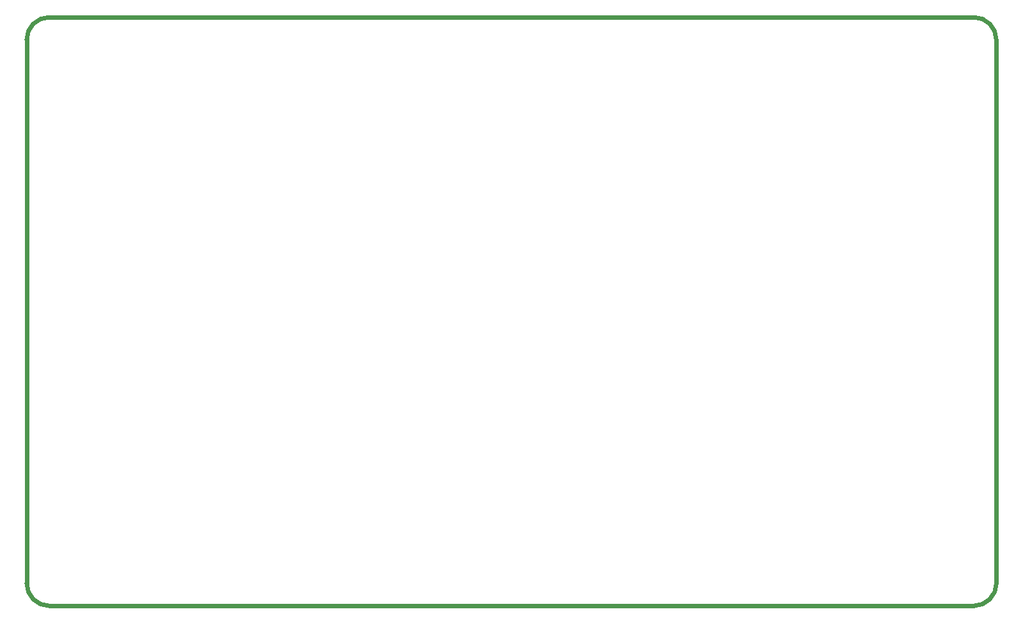
<source format=gm1>
G04 #@! TF.GenerationSoftware,KiCad,Pcbnew,7.0.5*
G04 #@! TF.CreationDate,2023-06-11T20:55:59-05:00*
G04 #@! TF.ProjectId,NTS-1_CustomPanel,4e54532d-315f-4437-9573-746f6d50616e,C*
G04 #@! TF.SameCoordinates,Original*
G04 #@! TF.FileFunction,Profile,NP*
%FSLAX46Y46*%
G04 Gerber Fmt 4.6, Leading zero omitted, Abs format (unit mm)*
G04 Created by KiCad (PCBNEW 7.0.5) date 2023-06-11 20:55:59*
%MOMM*%
%LPD*%
G01*
G04 APERTURE LIST*
G04 #@! TA.AperFunction,Profile*
%ADD10C,0.600000*%
G04 #@! TD*
G04 APERTURE END LIST*
D10*
X228500000Y-146995620D02*
X228500000Y-75000000D01*
X100000000Y-147000000D02*
X100000000Y-75000000D01*
X103004353Y-72000000D02*
X225500000Y-72000000D01*
X103000000Y-150000000D02*
X225499480Y-150000000D01*
X225500000Y-150000000D02*
G75*
G03*
X228500000Y-147000000I0J3000000D01*
G01*
X103000000Y-72000000D02*
G75*
G03*
X100000000Y-75000000I0J-3000000D01*
G01*
X100000000Y-147000000D02*
G75*
G03*
X103000000Y-150000000I3000000J0D01*
G01*
X228500000Y-75000000D02*
G75*
G03*
X225500000Y-72000000I-3000000J0D01*
G01*
M02*

</source>
